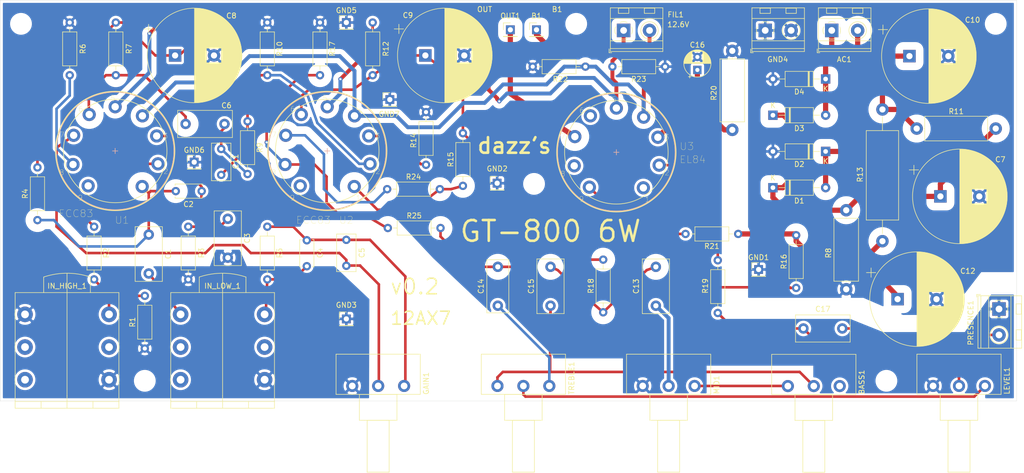
<source format=kicad_pcb>
(kicad_pcb (version 20171130) (host pcbnew "(5.1.4)-1")
  (layers (0 F.Cu signal) (31 B.Cu signal) (34 B.Paste user) (35 F.Paste user) (36 B.SilkS user) (37 F.SilkS user) (38 B.Mask user) (39 F.Mask user) (44 Edge.Cuts user))
  (net 0 "")
  (net 1 "Net-(BASS1-Pad1)")
  (net 2 "Net-(BASS1-Pad2)")
  (net 3 "Net-(C1-Pad2)")
  (net 4 "Net-(C1-Pad1)")
  (net 5 "Net-(C2-Pad2)")
  (net 6 GND)
  (net 7 "Net-(C4-Pad1)")
  (net 8 "Net-(C4-Pad2)")
  (net 9 "Net-(C5-Pad2)")
  (net 10 "Net-(C11-Pad1)")
  (net 11 "Net-(C6-Pad2)")
  (net 12 /B1)
  (net 13 "Net-(C11-Pad2)")
  (net 14 /B2)
  (net 15 "Net-(C13-Pad1)")
  (net 16 "Net-(C13-Pad2)")
  (net 17 "Net-(C14-Pad2)")
  (net 18 "Net-(C14-Pad1)")
  (net 19 /Tin1)
  (net 20 /Tin2)
  (net 21 /OUT)
  (net 22 "Net-(LEVEL1-Pad3)")
  (net 23 "Net-(R2-Pad1)")
  (net 24 "Net-(R6-Pad2)")
  (net 25 "Net-(R14-Pad2)")
  (net 26 "Net-(R15-Pad1)")
  (net 27 "Net-(R21-Pad2)")
  (net 28 "Net-(IN_HIGH_1-PadT)")
  (net 29 /RECTF)
  (net 30 /A2)
  (net 31 /A1)
  (net 32 /FIL1)
  (net 33 /FIL2)
  (net 34 "Net-(R19-Pad1)")
  (net 35 "Net-(C17-Pad1)")
  (net 36 "Net-(R24-Pad1)")
  (net 37 /EL84-CATHODE)
  (net 38 "Net-(R17-Pad2)")
  (net 39 "Net-(C17-Pad2)")
  (module Resistor_THT:R_Axial_DIN0207_L6.3mm_D2.5mm_P10.16mm_Horizontal (layer F.Cu) (at 116.84 68.58 90)
    (fp_text reference R12 (at 5.08 2.54 90) (layer F.SilkS))
    (fp_text value 10K)
    (pad 2 thru_hole oval (at 10.16 0 90) (size 1.6 1.6) (drill 0.8) (layers *.Cu *.Mask) (net 31 /A1))
    (pad 1 thru_hole circle (at 0 0 90) (size 1.6 1.6) (drill 0.8) (layers *.Cu *.Mask) (net 30 /A2))
  )
  (module Resistor_THT:R_Axial_DIN0414_L11.9mm_D4.5mm_P15.24mm_Horizontal (layer F.Cu) (at 221.742 78.867)
    (fp_text reference R11 (at 7.62 -3.302) (layer F.SilkS))
    (fp_text value 220R/2W)
    (pad 2 thru_hole oval (at 15.24 0) (size 2.4 2.4) (drill 1.2) (layers *.Cu *.Mask) (net 29 /RECTF))
    (pad 1 thru_hole circle (at 0 0) (size 2.4 2.4) (drill 1.2) (layers *.Cu *.Mask) (net 12 /B1))
  )
  (module Resistor_THT:R_Axial_DIN0617_L17.0mm_D6.0mm_P25.40mm_Horizontal (layer F.Cu) (at 215.138 100.584 90)
    (fp_text reference R13 (at 12.827 -4.318 90) (layer F.SilkS))
    (fp_text value 4K7/3W)
    (pad 2 thru_hole oval (at 25.4 0 90) (size 2.4 2.4) (drill 1.2) (layers *.Cu *.Mask) (net 12 /B1))
    (pad 1 thru_hole circle (at 0 0 90) (size 2.4 2.4) (drill 1.2) (layers *.Cu *.Mask) (net 14 /B2))
  )
  (module Resistor_THT:R_Axial_DIN0414_L11.9mm_D4.5mm_P15.24mm_Horizontal (layer F.Cu) (at 208.153 109.855 90)
    (fp_text reference R8 (at 6.985 -3.429 90) (layer F.SilkS))
    (fp_text value 220K)
    (pad 2 thru_hole oval (at 15.24 0 90) (size 2.4 2.4) (drill 1.2) (layers *.Cu *.Mask) (net 29 /RECTF))
    (pad 1 thru_hole circle (at 0 0 90) (size 2.4 2.4) (drill 1.2) (layers *.Cu *.Mask) (net 6 GND))
  )
  (module Capacitor_THT:CP_Radial_D18.0mm_P7.50mm (layer F.Cu) (at 127 64.77)
    (fp_text reference C9 (at -3.37 -7.74) (layer F.SilkS))
    (fp_text value 47u)
    (pad 2 thru_hole circle (at 7.5 0) (size 2.4 2.4) (drill 1.2) (layers *.Cu *.Mask) (net 6 GND))
    (pad 1 thru_hole rect (at 0 0) (size 2.4 2.4) (drill 1.2) (layers *.Cu *.Mask) (net 30 /A2))
  )
  (module "Audio Jacks:6.35MM_STEREO_SWITCHED_JACK" (layer F.Cu) (at 49.8 127.3)
    (fp_text reference IN_HIGH_1 (at 8.112 -18.08) (layer F.SilkS))
    (fp_text value IN_HIGH)
    (pad SN thru_hole circle (at 0 0) (size 3 3) (drill 1.5) (layers *.Cu *.Mask))
    (pad RN thru_hole circle (at 0 -6.3) (size 3 3) (drill 1.5) (layers *.Cu *.Mask))
    (pad TN thru_hole circle (at 0 -12.6) (size 3 3) (drill 1.5) (layers *.Cu *.Mask) (net 6 GND))
    (pad S thru_hole circle (at 16.2 0) (size 3 3) (drill 1.5) (layers *.Cu *.Mask) (net 6 GND))
    (pad R thru_hole circle (at 16.2 -6.3) (size 3 3) (drill 1.5) (layers *.Cu *.Mask))
    (pad T thru_hole circle (at 16.2 -12.6) (size 3 3) (drill 1.5) (layers *.Cu *.Mask) (net 28 "Net-(IN_HIGH_1-PadT)"))
  )
  (module "Audio Jacks:6.35MM_STEREO_SWITCHED_JACK" (layer F.Cu) (at 79.8 127.3)
    (fp_text reference IN_LOW_1 (at 8.084 -18.08) (layer F.SilkS))
    (fp_text value IN_LOW)
    (pad SN thru_hole circle (at 0 0) (size 3 3) (drill 1.5) (layers *.Cu *.Mask))
    (pad RN thru_hole circle (at 0 -6.3) (size 3 3) (drill 1.5) (layers *.Cu *.Mask))
    (pad TN thru_hole circle (at 0 -12.6) (size 3 3) (drill 1.5) (layers *.Cu *.Mask) (net 3 "Net-(C1-Pad2)"))
    (pad S thru_hole circle (at 16.2 0) (size 3 3) (drill 1.5) (layers *.Cu *.Mask) (net 6 GND))
    (pad R thru_hole circle (at 16.2 -6.3) (size 3 3) (drill 1.5) (layers *.Cu *.Mask))
    (pad T thru_hole circle (at 16.2 -12.6) (size 3 3) (drill 1.5) (layers *.Cu *.Mask) (net 7 "Net-(C4-Pad1)"))
  )
  (module Capacitor_THT:C_Rect_L7.0mm_W3.5mm_P5.00mm (layer F.Cu) (at 87.63 82.804 270)
    (fp_text reference C11 (at 2.413 -2.794 90) (layer F.SilkS))
    (fp_text value 470p)
    (pad 2 thru_hole circle (at 5 0 270) (size 1.6 1.6) (drill 0.8) (layers *.Cu *.Mask) (net 13 "Net-(C11-Pad2)"))
    (pad 1 thru_hole circle (at 0 0 270) (size 1.6 1.6) (drill 0.8) (layers *.Cu *.Mask) (net 10 "Net-(C11-Pad1)"))
  )
  (module Capacitor_THT:C_Rect_L7.0mm_W3.5mm_P5.00mm (layer F.Cu) (at 111.76 100.33 270)
    (fp_text reference C5 (at 2.5 -3 90) (layer F.SilkS))
    (fp_text value 1n)
    (pad 2 thru_hole circle (at 5 0 270) (size 1.6 1.6) (drill 0.8) (layers *.Cu *.Mask) (net 9 "Net-(C5-Pad2)"))
    (pad 1 thru_hole circle (at 0 0 270) (size 1.6 1.6) (drill 0.8) (layers *.Cu *.Mask) (net 8 "Net-(C4-Pad2)"))
  )
  (module Capacitor_THT:C_Rect_L10.3mm_W5.0mm_P7.50mm_MKS4 (layer F.Cu) (at 151.13 113.03 90)
    (fp_text reference C15 (at 3.75 -3.75 90) (layer F.SilkS))
    (fp_text value 22n)
    (pad 2 thru_hole circle (at 7.5 0 90) (size 2 2) (drill 1) (layers *.Cu *.Mask) (net 15 "Net-(C13-Pad1)"))
    (pad 1 thru_hole circle (at 0 0 90) (size 2 2) (drill 1) (layers *.Cu *.Mask) (net 2 "Net-(BASS1-Pad2)"))
  )
  (module Capacitor_THT:C_Rect_L10.3mm_W5.0mm_P7.50mm_MKS4 (layer F.Cu) (at 171.45 105.537 270)
    (fp_text reference C13 (at 3.75 3.81 90) (layer F.SilkS))
    (fp_text value 22n)
    (pad 2 thru_hole circle (at 7.5 0 270) (size 2 2) (drill 1) (layers *.Cu *.Mask) (net 16 "Net-(C13-Pad2)"))
    (pad 1 thru_hole circle (at 0 0 270) (size 2 2) (drill 1) (layers *.Cu *.Mask) (net 15 "Net-(C13-Pad1)"))
  )
  (module Capacitor_THT:C_Rect_L10.3mm_W5.0mm_P7.50mm_MKS4 (layer F.Cu) (at 88.265 77.978 180)
    (fp_text reference C6 (at -0.381 3.556) (layer F.SilkS))
    (fp_text value 22n)
    (pad 2 thru_hole circle (at 7.5 0 180) (size 2 2) (drill 1) (layers *.Cu *.Mask) (net 11 "Net-(C6-Pad2)"))
    (pad 1 thru_hole circle (at 0 0 180) (size 2 2) (drill 1) (layers *.Cu *.Mask) (net 10 "Net-(C11-Pad1)"))
  )
  (module Capacitor_THT:C_Rect_L10.3mm_W5.0mm_P7.50mm_MKS4 (layer F.Cu) (at 88.9 96.266 270)
    (fp_text reference C3 (at 3.75 -3.75 90) (layer F.SilkS))
    (fp_text value 680n)
    (pad 2 thru_hole circle (at 7.5 0 270) (size 2 2) (drill 1) (layers *.Cu *.Mask) (net 6 GND))
    (pad 1 thru_hole circle (at 0 0 270) (size 2 2) (drill 1) (layers *.Cu *.Mask) (net 5 "Net-(C2-Pad2)"))
  )
  (module Capacitor_THT:C_Rect_L10.3mm_W5.0mm_P7.50mm_MKS4 (layer F.Cu) (at 73.66 99.314 270)
    (fp_text reference C1 (at 3.75 -3.75 90) (layer F.SilkS))
    (fp_text value 22n)
    (pad 2 thru_hole circle (at 7.5 0 270) (size 2 2) (drill 1) (layers *.Cu *.Mask) (net 3 "Net-(C1-Pad2)"))
    (pad 1 thru_hole circle (at 0 0 270) (size 2 2) (drill 1) (layers *.Cu *.Mask) (net 4 "Net-(C1-Pad1)"))
  )
  (module Capacitor_THT:C_Rect_L10.0mm_W4.0mm_P7.50mm_FKS3_FKP3 (layer F.Cu) (at 140.97 113.03 90)
    (fp_text reference C14 (at 3.75 -3.25 90) (layer F.SilkS))
    (fp_text value 470p)
    (pad 2 thru_hole circle (at 7.5 0 90) (size 2 2) (drill 1) (layers *.Cu *.Mask) (net 17 "Net-(C14-Pad2)"))
    (pad 1 thru_hole circle (at 0 0 90) (size 2 2) (drill 1) (layers *.Cu *.Mask) (net 18 "Net-(C14-Pad1)"))
  )
  (module tubes:NOVAL (layer F.Cu) (at 67.183 83.185)
    (fp_text reference U1 (at 1.326 13.334) (layer F.SilkS) (effects (font (size 1.4 1.4) (thickness 0.05))))
    (fp_text value ECC83 (at -7.564 12.064) (layer F.SilkS) (effects (font (size 1.4 1.4) (thickness 0.05))))
    (fp_text user 9 (at -6.731 9.0424) (layer F.SilkS) (effects (font (thickness 0.05))))
    (fp_text user 8 (at -10.3124 4.1656) (layer F.SilkS) (effects (font (thickness 0.05))))
    (fp_text user 7 (at -10.2616 -3.1242) (layer F.SilkS) (effects (font (thickness 0.05))))
    (fp_text user 6 (at -6.6548 -8.0772) (layer F.SilkS) (effects (font (thickness 0.05))))
    (fp_text user 5 (at -0.4318 -10.1854) (layer F.SilkS) (effects (font (thickness 0.05))))
    (fp_text user 4 (at 6.4008 -7.62) (layer F.SilkS) (effects (font (thickness 0.05))))
    (fp_text user 3 (at 9.7028 -2.8956) (layer F.SilkS) (effects (font (thickness 0.05))))
    (fp_text user 2 (at 9.779 3.937) (layer F.SilkS) (effects (font (thickness 0.05))))
    (fp_text user 1 (at 5.9944 9.0678) (layer F.SilkS) (effects (font (thickness 0.05))))
    (pad 9 thru_hole circle (at -5.207 6.731) (size 2.54 2.54) (drill 1.4224) (layers *.Cu *.Mask))
    (pad 1 thru_hole circle (at 5.207 6.858) (size 2.54 2.54) (drill 1.4224) (layers *.Cu *.Mask) (net 4 "Net-(C1-Pad1)"))
    (pad 8 thru_hole circle (at -8.127 2.611) (size 2.54 2.54) (drill 1.4224) (layers *.Cu *.Mask) (net 24 "Net-(R6-Pad2)"))
    (pad 7 thru_hole circle (at -8.004 -3.02) (size 2.54 2.54) (drill 1.4224) (layers *.Cu *.Mask) (net 9 "Net-(C5-Pad2)"))
    (pad 6 thru_hole circle (at -5.004 -7.024) (size 2.54 2.54) (drill 1.4224) (layers *.Cu *.Mask) (net 11 "Net-(C6-Pad2)"))
    (pad 5 thru_hole circle (at 0 -8.524) (size 2.54 2.54) (drill 1.4224) (layers *.Cu *.Mask) (net 32 /FIL1))
    (pad 4 thru_hole circle (at 5.258 -6.77) (size 2.54 2.54) (drill 1.4224) (layers *.Cu *.Mask) (net 33 /FIL2))
    (pad 2 thru_hole circle (at 8.254 2.484) (size 2.54 2.54) (drill 1.4224) (layers *.Cu *.Mask) (net 23 "Net-(R2-Pad1)"))
    (pad 3 thru_hole circle (at 8.004 -2.893) (size 2.54 2.54) (drill 1.4224) (layers *.Cu *.Mask) (net 5 "Net-(C2-Pad2)"))
  )
  (module TerminalBlock_MetzConnect:TerminalBlock_MetzConnect_Type094_RT03502HBLU_1x02_P5.00mm_Horizontal (layer F.Cu) (at 192.532 59.944)
    (fp_text reference GND4 (at 2.413 5.588) (layer F.SilkS))
    (fp_text value GND)
    (pad 2 thru_hole circle (at 5 0) (size 2.6 2.6) (drill 1.3) (layers *.Cu *.Mask) (net 6 GND))
    (pad 1 thru_hole rect (at 0 0) (size 2.6 2.6) (drill 1.3) (layers *.Cu *.Mask) (net 6 GND))
  )
  (module Capacitor_THT:CP_Radial_D18.0mm_P7.50mm (layer F.Cu) (at 218.059 111.76)
    (fp_text reference C12 (at 13.54 -5.42) (layer F.SilkS))
    (fp_text value 47u)
    (pad 2 thru_hole circle (at 7.5 0) (size 2.4 2.4) (drill 1.2) (layers *.Cu *.Mask) (net 6 GND))
    (pad 1 thru_hole rect (at 0 0) (size 2.4 2.4) (drill 1.2) (layers *.Cu *.Mask) (net 14 /B2))
  )
  (module Capacitor_THT:CP_Radial_D18.0mm_P7.50mm (layer F.Cu) (at 220.345 64.897)
    (fp_text reference C10 (at 12.17 -6.97) (layer F.SilkS))
    (fp_text value 47u)
    (pad 2 thru_hole circle (at 7.5 0) (size 2.4 2.4) (drill 1.2) (layers *.Cu *.Mask) (net 6 GND))
    (pad 1 thru_hole rect (at 0 0) (size 2.4 2.4) (drill 1.2) (layers *.Cu *.Mask) (net 12 /B1))
  )
  (module Capacitor_THT:CP_Radial_D18.0mm_P7.50mm (layer F.Cu) (at 78.74 64.77)
    (fp_text reference C8 (at 10.85 -7.65) (layer F.SilkS))
    (fp_text value 47u)
    (pad 2 thru_hole circle (at 7.5 0) (size 2.4 2.4) (drill 1.2) (layers *.Cu *.Mask) (net 6 GND))
    (pad 1 thru_hole rect (at 0 0) (size 2.4 2.4) (drill 1.2) (layers *.Cu *.Mask) (net 31 /A1))
  )
  (module Capacitor_THT:CP_Radial_D18.0mm_P7.50mm (layer F.Cu) (at 226.314 91.948)
    (fp_text reference C7 (at 11.557 -7.112) (layer F.SilkS))
    (fp_text value 47u)
    (pad 2 thru_hole circle (at 7.5 0) (size 2.4 2.4) (drill 1.2) (layers *.Cu *.Mask) (net 6 GND))
    (pad 1 thru_hole rect (at 0 0) (size 2.4 2.4) (drill 1.2) (layers *.Cu *.Mask) (net 29 /RECTF))
  )
  (module MountingHole:MountingHole_3.2mm_M3 (layer F.Cu) (at 215.9 127.508)
    (fp_text reference H7 (at 0 0) (layer F.SilkS))
    (fp_text value MountingHole)
    (pad 1 np_thru_hole circle (at 0 0) (size 3.2 3.2) (drill 3.2) (layers *.Cu *.Mask))
  )
  (module MountingHole:MountingHole_3.2mm_M3 (layer F.Cu) (at 147.955 89.535)
    (fp_text reference H6 (at 0 -0.076) (layer F.SilkS))
    (fp_text value MountingHole)
    (pad 1 np_thru_hole circle (at 0 0) (size 3.2 3.2) (drill 3.2) (layers *.Cu *.Mask))
  )
  (module MountingHole:MountingHole_3.2mm_M3 (layer F.Cu) (at 131.826 127.508)
    (fp_text reference H5 (at 0 0) (layer F.SilkS))
    (fp_text value MountingHole)
    (pad 1 np_thru_hole circle (at 0 0) (size 3.2 3.2) (drill 3.2) (layers *.Cu *.Mask))
  )
  (module MountingHole:MountingHole_3.2mm_M3 (layer F.Cu) (at 72.898 127.508)
    (fp_text reference H4 (at 0 0) (layer F.SilkS))
    (fp_text value MountingHole)
    (pad 1 np_thru_hole circle (at 0 0) (size 3.2 3.2) (drill 3.2) (layers *.Cu *.Mask))
  )
  (module MountingHole:MountingHole_3.2mm_M3 (layer F.Cu) (at 236.982 58.674)
    (fp_text reference H3 (at 0 0) (layer F.SilkS))
    (fp_text value MountingHole)
    (pad 1 np_thru_hole circle (at 0 0) (size 3.2 3.2) (drill 3.2) (layers *.Cu *.Mask))
  )
  (module MountingHole:MountingHole_3.2mm_M3 (layer F.Cu) (at 156.083 58.674)
    (fp_text reference H2 (at 0.254 0) (layer F.SilkS))
    (fp_text value MountingHole)
    (pad 1 np_thru_hole circle (at 0 0) (size 3.2 3.2) (drill 3.2) (layers *.Cu *.Mask))
  )
  (module MountingHole:MountingHole_3.2mm_M3 (layer F.Cu) (at 49.022 58.674)
    (fp_text reference H1 (at 0 0) (layer F.SilkS))
    (fp_text value MountingHole)
    (pad 1 np_thru_hole circle (at 0 0) (size 3.2 3.2) (drill 3.2) (layers *.Cu *.Mask))
  )
  (module Connector_PinHeader_2.54mm:PinHeader_1x01_P2.54mm_Vertical (layer F.Cu) (at 143.383 59.817)
    (fp_text reference OUT1 (at 0 -2.667) (layer F.SilkS))
    (fp_text value OUT)
    (pad 1 thru_hole rect (at 0 0) (size 1.7 1.7) (drill 1) (layers *.Cu *.Mask) (net 21 /OUT))
  )
  (module Connector_PinHeader_2.54mm:PinHeader_1x01_P2.54mm_Vertical (layer F.Cu) (at 111.76 115.57)
    (fp_text reference GND3 (at 0 -2.667) (layer F.SilkS))
    (fp_text value GND)
    (pad 1 thru_hole rect (at 0 0) (size 1.7 1.7) (drill 1) (layers *.Cu *.Mask) (net 6 GND))
  )
  (module Connector_PinHeader_2.54mm:PinHeader_1x01_P2.54mm_Vertical (layer F.Cu) (at 140.843 89.408)
    (fp_text reference GND2 (at 0 -2.794) (layer F.SilkS))
    (fp_text value GND)
    (pad 1 thru_hole rect (at 0 0) (size 1.7 1.7) (drill 1) (layers *.Cu *.Mask) (net 6 GND))
  )
  (module Connector_PinHeader_2.54mm:PinHeader_1x01_P2.54mm_Vertical (layer F.Cu) (at 148.428 59.817)
    (fp_text reference B1 (at 0 -2.667) (layer F.SilkS))
    (fp_text value B1)
    (pad 1 thru_hole rect (at 0 0) (size 1.7 1.7) (drill 1) (layers *.Cu *.Mask) (net 12 /B1))
  )
  (module tubes:NOVAL (layer F.Cu) (at 108.077 83.186)
    (fp_text reference U2 (at 3.683 13.334) (layer F.SilkS) (effects (font (size 1.4 1.4) (thickness 0.05))))
    (fp_text value ECC83 (at -2.667 13.334) (layer F.SilkS) (effects (font (size 1.4 1.4) (thickness 0.05))))
    (fp_text user 1 (at 5.9944 9.0678) (layer F.SilkS) (effects (font (thickness 0.05))))
    (fp_text user 2 (at 9.779 3.937) (layer F.SilkS) (effects (font (thickness 0.05))))
    (fp_text user 3 (at 9.7028 -2.8956) (layer F.SilkS) (effects (font (thickness 0.05))))
    (fp_text user 4 (at 6.4008 -7.62) (layer F.SilkS) (effects (font (thickness 0.05))))
    (fp_text user 5 (at -0.4318 -10.1854) (layer F.SilkS) (effects (font (thickness 0.05))))
    (fp_text user 6 (at -6.6548 -8.0772) (layer F.SilkS) (effects (font (thickness 0.05))))
    (fp_text user 7 (at -10.2616 -3.1242) (layer F.SilkS) (effects (font (thickness 0.05))))
    (fp_text user 8 (at -10.3124 4.1656) (layer F.SilkS) (effects (font (thickness 0.05))))
    (fp_text user 9 (at -6.731 9.0424) (layer F.SilkS) (effects (font (thickness 0.05))))
    (pad 3 thru_hole circle (at 8.004 -2.893) (size 2.54 2.54) (drill 1.4224) (layers *.Cu *.Mask) (net 25 "Net-(R14-Pad2)"))
    (pad 2 thru_hole circle (at 8.254 2.484) (size 2.54 2.54) (drill 1.4224) (layers *.Cu *.Mask) (net 13 "Net-(C11-Pad2)"))
    (pad 4 thru_hole circle (at 5.258 -6.77) (size 2.54 2.54) (drill 1.4224) (layers *.Cu *.Mask) (net 33 /FIL2))
    (pad 5 thru_hole circle (at 0 -8.524) (size 2.54 2.54) (drill 1.4224) (layers *.Cu *.Mask) (net 32 /FIL1))
    (pad 6 thru_hole circle (at -5.004 -7.024) (size 2.54 2.54) (drill 1.4224) (layers *.Cu *.Mask) (net 30 /A2))
    (pad 7 thru_hole circle (at -8.004 -3.02) (size 2.54 2.54) (drill 1.4224) (layers *.Cu *.Mask) (net 36 "Net-(R24-Pad1)"))
    (pad 8 thru_hole circle (at -8.127 2.611) (size 2.54 2.54) (drill 1.4224) (layers *.Cu *.Mask) (net 38 "Net-(R17-Pad2)"))
    (pad 1 thru_hole circle (at 5.207 6.858) (size 2.54 2.54) (drill 1.4224) (layers *.Cu *.Mask) (net 26 "Net-(R15-Pad1)"))
    (pad 9 thru_hole circle (at -5.207 6.731) (size 2.54 2.54) (drill 1.4224) (layers *.Cu *.Mask))
  )
  (module Capacitor_THT:C_Disc_D5.0mm_W2.5mm_P5.00mm (layer F.Cu) (at 78.867 90.932)
    (fp_text reference C2 (at 2.46 2.54) (layer F.SilkS))
    (fp_text value 100p)
    (pad 1 thru_hole circle (at 0 0) (size 1.6 1.6) (drill 0.8) (layers *.Cu *.Mask) (net 4 "Net-(C1-Pad1)"))
    (pad 2 thru_hole circle (at 5 0) (size 1.6 1.6) (drill 0.8) (layers *.Cu *.Mask) (net 5 "Net-(C2-Pad2)"))
  )
  (module Capacitor_THT:C_Disc_D5.0mm_W2.5mm_P5.00mm (layer F.Cu) (at 104.14 105.41 90)
    (fp_text reference C4 (at 2.54 2.54 90) (layer F.SilkS))
    (fp_text value 470p)
    (pad 1 thru_hole circle (at 0 0 90) (size 1.6 1.6) (drill 0.8) (layers *.Cu *.Mask) (net 7 "Net-(C4-Pad1)"))
    (pad 2 thru_hole circle (at 5 0 90) (size 1.6 1.6) (drill 0.8) (layers *.Cu *.Mask) (net 8 "Net-(C4-Pad2)"))
  )
  (module Diode_THT:D_A-405_P10.16mm_Horizontal (layer F.Cu) (at 194.019999 90.264)
    (fp_text reference D1 (at 5.08 2.54) (layer F.SilkS))
    (fp_text value D)
    (fp_text user K (at 0 -1.9) (layer F.SilkS))
    (pad 1 thru_hole rect (at 0 0) (size 1.8 1.8) (drill 0.9) (layers *.Cu *.Mask) (net 29 /RECTF))
    (pad 2 thru_hole oval (at 10.16 0) (size 1.8 1.8) (drill 0.9) (layers *.Cu *.Mask) (net 19 /Tin1))
  )
  (module Diode_THT:D_A-405_P10.16mm_Horizontal (layer F.Cu) (at 204.179999 83.279 180)
    (fp_text reference D2 (at 5.08 -2.47) (layer F.SilkS))
    (fp_text value D)
    (fp_text user K (at 0 -1.9) (layer F.SilkS))
    (pad 2 thru_hole oval (at 10.16 0 180) (size 1.8 1.8) (drill 0.9) (layers *.Cu *.Mask) (net 6 GND))
    (pad 1 thru_hole rect (at 0 0 180) (size 1.8 1.8) (drill 0.9) (layers *.Cu *.Mask) (net 19 /Tin1))
  )
  (module Diode_THT:D_A-405_P10.16mm_Horizontal (layer F.Cu) (at 194.019999 76.294)
    (fp_text reference D3 (at 5.08 2.54) (layer F.SilkS))
    (fp_text value D)
    (fp_text user K (at 0 -1.9) (layer F.SilkS))
    (pad 1 thru_hole rect (at 0 0) (size 1.8 1.8) (drill 0.9) (layers *.Cu *.Mask) (net 29 /RECTF))
    (pad 2 thru_hole oval (at 10.16 0) (size 1.8 1.8) (drill 0.9) (layers *.Cu *.Mask) (net 20 /Tin2))
  )
  (module Diode_THT:D_A-405_P10.16mm_Horizontal (layer F.Cu) (at 204.179999 69.309 180)
    (fp_text reference D4 (at 5.08 -2.47) (layer F.SilkS))
    (fp_text value D)
    (fp_text user K (at 0 -1.9) (layer F.SilkS))
    (pad 2 thru_hole oval (at 10.16 0 180) (size 1.8 1.8) (drill 0.9) (layers *.Cu *.Mask) (net 6 GND))
    (pad 1 thru_hole rect (at 0 0 180) (size 1.8 1.8) (drill 0.9) (layers *.Cu *.Mask) (net 20 /Tin2))
  )
  (module Resistor_THT:R_Axial_DIN0207_L6.3mm_D2.5mm_P10.16mm_Horizontal (layer F.Cu) (at 72.898 121.285 90)
    (fp_text reference R1 (at 5.08 -2.37 90) (layer F.SilkS))
    (fp_text value 1M)
    (pad 2 thru_hole oval (at 10.16 0 90) (size 1.6 1.6) (drill 0.8) (layers *.Cu *.Mask) (net 28 "Net-(IN_HIGH_1-PadT)"))
    (pad 1 thru_hole circle (at 0 0 90) (size 1.6 1.6) (drill 0.8) (layers *.Cu *.Mask) (net 6 GND))
  )
  (module Resistor_THT:R_Axial_DIN0207_L6.3mm_D2.5mm_P10.16mm_Horizontal (layer F.Cu) (at 63.119 97.79 270)
    (fp_text reference R2 (at 5.08 -2.37 90) (layer F.SilkS))
    (fp_text value 68K)
    (pad 2 thru_hole oval (at 10.16 0 270) (size 1.6 1.6) (drill 0.8) (layers *.Cu *.Mask) (net 28 "Net-(IN_HIGH_1-PadT)"))
    (pad 1 thru_hole circle (at 0 0 270) (size 1.6 1.6) (drill 0.8) (layers *.Cu *.Mask) (net 23 "Net-(R2-Pad1)"))
  )
  (module Resistor_THT:R_Axial_DIN0207_L6.3mm_D2.5mm_P10.16mm_Horizontal (layer F.Cu) (at 81.28 107.95 90)
    (fp_text reference R3 (at 5.08 2.54 90) (layer F.SilkS))
    (fp_text value 2K7)
    (pad 2 thru_hole oval (at 10.16 0 90) (size 1.6 1.6) (drill 0.8) (layers *.Cu *.Mask) (net 5 "Net-(C2-Pad2)"))
    (pad 1 thru_hole circle (at 0 0 90) (size 1.6 1.6) (drill 0.8) (layers *.Cu *.Mask) (net 6 GND))
  )
  (module Resistor_THT:R_Axial_DIN0207_L6.3mm_D2.5mm_P10.16mm_Horizontal (layer F.Cu) (at 52.197 96.52 90)
    (fp_text reference R4 (at 5.08 -2.37 90) (layer F.SilkS))
    (fp_text value 100K)
    (pad 1 thru_hole circle (at 0 0 90) (size 1.6 1.6) (drill 0.8) (layers *.Cu *.Mask) (net 4 "Net-(C1-Pad1)"))
    (pad 2 thru_hole oval (at 10.16 0 90) (size 1.6 1.6) (drill 0.8) (layers *.Cu *.Mask) (net 31 /A1))
  )
  (module Resistor_THT:R_Axial_DIN0207_L6.3mm_D2.5mm_P10.16mm_Horizontal (layer F.Cu) (at 96.52 97.79 270)
    (fp_text reference R5 (at 5.08 -2.37 90) (layer F.SilkS))
    (fp_text value 470K)
    (pad 1 thru_hole circle (at 0 0 270) (size 1.6 1.6) (drill 0.8) (layers *.Cu *.Mask) (net 8 "Net-(C4-Pad2)"))
    (pad 2 thru_hole oval (at 10.16 0 270) (size 1.6 1.6) (drill 0.8) (layers *.Cu *.Mask) (net 7 "Net-(C4-Pad1)"))
  )
  (module Resistor_THT:R_Axial_DIN0207_L6.3mm_D2.5mm_P10.16mm_Horizontal (layer F.Cu) (at 58.42 58.42 270)
    (fp_text reference R6 (at 5.08 -2.54 90) (layer F.SilkS))
    (fp_text value 10K)
    (pad 2 thru_hole oval (at 10.16 0 270) (size 1.6 1.6) (drill 0.8) (layers *.Cu *.Mask) (net 24 "Net-(R6-Pad2)"))
    (pad 1 thru_hole circle (at 0 0 270) (size 1.6 1.6) (drill 0.8) (layers *.Cu *.Mask) (net 6 GND))
  )
  (module Resistor_THT:R_Axial_DIN0207_L6.3mm_D2.5mm_P10.16mm_Horizontal (layer F.Cu) (at 67.31 68.58 90)
    (fp_text reference R7 (at 5.08 2.54 90) (layer F.SilkS))
    (fp_text value 100K)
    (pad 2 thru_hole oval (at 10.16 0 90) (size 1.6 1.6) (drill 0.8) (layers *.Cu *.Mask) (net 31 /A1))
    (pad 1 thru_hole circle (at 0 0 90) (size 1.6 1.6) (drill 0.8) (layers *.Cu *.Mask) (net 11 "Net-(C6-Pad2)"))
  )
  (module Resistor_THT:R_Axial_DIN0207_L6.3mm_D2.5mm_P10.16mm_Horizontal (layer F.Cu) (at 92.71 77.47 270)
    (fp_text reference R9 (at 5.08 -2.37 90) (layer F.SilkS))
    (fp_text value 470K)
    (pad 1 thru_hole circle (at 0 0 270) (size 1.6 1.6) (drill 0.8) (layers *.Cu *.Mask) (net 13 "Net-(C11-Pad2)"))
    (pad 2 thru_hole oval (at 10.16 0 270) (size 1.6 1.6) (drill 0.8) (layers *.Cu *.Mask) (net 10 "Net-(C11-Pad1)"))
  )
  (module Resistor_THT:R_Axial_DIN0207_L6.3mm_D2.5mm_P10.16mm_Horizontal (layer F.Cu) (at 96.52 58.42 270)
    (fp_text reference R10 (at 5.08 -2.37 90) (layer F.SilkS))
    (fp_text value 470K)
    (pad 1 thru_hole circle (at 0 0 270) (size 1.6 1.6) (drill 0.8) (layers *.Cu *.Mask) (net 6 GND))
    (pad 2 thru_hole oval (at 10.16 0 270) (size 1.6 1.6) (drill 0.8) (layers *.Cu *.Mask) (net 13 "Net-(C11-Pad2)"))
  )
  (module Resistor_THT:R_Axial_DIN0207_L6.3mm_D2.5mm_P10.16mm_Horizontal (layer F.Cu) (at 127.127 75.692 270)
    (fp_text reference R14 (at 5.461 2.413 90) (layer F.SilkS))
    (fp_text value 820R)
    (pad 2 thru_hole oval (at 10.16 0 270) (size 1.6 1.6) (drill 0.8) (layers *.Cu *.Mask) (net 25 "Net-(R14-Pad2)"))
    (pad 1 thru_hole circle (at 0 0 270) (size 1.6 1.6) (drill 0.8) (layers *.Cu *.Mask) (net 6 GND))
  )
  (module Resistor_THT:R_Axial_DIN0207_L6.3mm_D2.5mm_P10.16mm_Horizontal (layer F.Cu) (at 134.239 89.916 90)
    (fp_text reference R15 (at 5.08 -2.37 90) (layer F.SilkS))
    (fp_text value 100K)
    (pad 2 thru_hole oval (at 10.16 0 90) (size 1.6 1.6) (drill 0.8) (layers *.Cu *.Mask) (net 30 /A2))
    (pad 1 thru_hole circle (at 0 0 90) (size 1.6 1.6) (drill 0.8) (layers *.Cu *.Mask) (net 26 "Net-(R15-Pad1)"))
  )
  (module Resistor_THT:R_Axial_DIN0207_L6.3mm_D2.5mm_P10.16mm_Horizontal (layer F.Cu) (at 198.501 109.601 90)
    (fp_text reference R16 (at 5.08 -2.37 90) (layer F.SilkS))
    (fp_text value 10K)
    (pad 2 thru_hole oval (at 10.16 0 90) (size 1.6 1.6) (drill 0.8) (layers *.Cu *.Mask) (net 14 /B2))
    (pad 1 thru_hole circle (at 0 0 90) (size 1.6 1.6) (drill 0.8) (layers *.Cu *.Mask) (net 30 /A2))
  )
  (module Resistor_THT:R_Axial_DIN0207_L6.3mm_D2.5mm_P10.16mm_Horizontal (layer F.Cu) (at 106.68 58.42 270)
    (fp_text reference R17 (at 5.08 -2.37 90) (layer F.SilkS))
    (fp_text value 100K)
    (pad 1 thru_hole circle (at 0 0 270) (size 1.6 1.6) (drill 0.8) (layers *.Cu *.Mask) (net 6 GND))
    (pad 2 thru_hole oval (at 10.16 0 270) (size 1.6 1.6) (drill 0.8) (layers *.Cu *.Mask) (net 38 "Net-(R17-Pad2)"))
  )
  (module Resistor_THT:R_Axial_DIN0207_L6.3mm_D2.5mm_P10.16mm_Horizontal (layer F.Cu) (at 161.29 114.3 90)
    (fp_text reference R18 (at 5.08 -2.37 90) (layer F.SilkS))
    (fp_text value 33K)
    (pad 1 thru_hole circle (at 0 0 90) (size 1.6 1.6) (drill 0.8) (layers *.Cu *.Mask) (net 15 "Net-(C13-Pad1)"))
    (pad 2 thru_hole oval (at 10.16 0 90) (size 1.6 1.6) (drill 0.8) (layers *.Cu *.Mask) (net 17 "Net-(C14-Pad2)"))
  )
  (module Resistor_THT:R_Axial_DIN0207_L6.3mm_D2.5mm_P10.16mm_Horizontal (layer F.Cu) (at 183.388 104.267 270)
    (fp_text reference R19 (at 4.953 2.413 90) (layer F.SilkS))
    (fp_text value 10K)
    (pad 1 thru_hole circle (at 0 0 270) (size 1.6 1.6) (drill 0.8) (layers *.Cu *.Mask) (net 34 "Net-(R19-Pad1)"))
    (pad 2 thru_hole oval (at 10.16 0 270) (size 1.6 1.6) (drill 0.8) (layers *.Cu *.Mask) (net 35 "Net-(C17-Pad1)"))
  )
  (module Resistor_THT:R_Axial_DIN0207_L6.3mm_D2.5mm_P10.16mm_Horizontal (layer F.Cu) (at 187.325 99.187 180)
    (fp_text reference R21 (at 5.08 -2.37) (layer F.SilkS))
    (fp_text value 1K)
    (pad 2 thru_hole oval (at 10.16 0 180) (size 1.6 1.6) (drill 0.8) (layers *.Cu *.Mask) (net 27 "Net-(R21-Pad2)"))
    (pad 1 thru_hole circle (at 0 0 180) (size 1.6 1.6) (drill 0.8) (layers *.Cu *.Mask) (net 14 /B2))
  )
  (module Resistor_THT:R_Axial_DIN0207_L6.3mm_D2.5mm_P10.16mm_Horizontal (layer F.Cu) (at 147.701 66.929)
    (fp_text reference R22 (at 5.334 2.413) (layer F.SilkS))
    (fp_text value 100R)
    (pad 2 thru_hole oval (at 10.16 0) (size 1.6 1.6) (drill 0.8) (layers *.Cu *.Mask) (net 33 /FIL2))
    (pad 1 thru_hole circle (at 0 0) (size 1.6 1.6) (drill 0.8) (layers *.Cu *.Mask) (net 6 GND))
  )
  (module Resistor_THT:R_Axial_DIN0207_L6.3mm_D2.5mm_P10.16mm_Horizontal (layer F.Cu) (at 163.068 66.929)
    (fp_text reference R23 (at 5.08 2.413) (layer F.SilkS))
    (fp_text value 100R)
    (pad 1 thru_hole circle (at 0 0) (size 1.6 1.6) (drill 0.8) (layers *.Cu *.Mask) (net 32 /FIL1))
    (pad 2 thru_hole oval (at 10.16 0) (size 1.6 1.6) (drill 0.8) (layers *.Cu *.Mask) (net 6 GND))
  )
  (module tubes:NOVAL (layer F.Cu) (at 163.83 83.439)
    (fp_text reference U3 (at 13.589 -1.143) (layer F.SilkS) (effects (font (size 1.4 1.4) (thickness 0.05))))
    (fp_text value EL84 (at 14.732 1.397) (layer F.SilkS) (effects (font (size 1.4 1.4) (thickness 0.05))))
    (fp_text user 9 (at -6.731 9.0424) (layer F.SilkS) (effects (font (thickness 0.05))))
    (fp_text user 8 (at -10.3124 4.1656) (layer F.SilkS) (effects (font (thickness 0.05))))
    (fp_text user 7 (at -10.2616 -3.1242) (layer F.SilkS) (effects (font (thickness 0.05))))
    (fp_text user 6 (at -6.6548 -8.0772) (layer F.SilkS) (effects (font (thickness 0.05))))
    (fp_text user 5 (at -0.4318 -10.1854) (layer F.SilkS) (effects (font (thickness 0.05))))
    (fp_text user 4 (at 6.4008 -7.62) (layer F.SilkS) (effects (font (thickness 0.05))))
    (fp_text user 3 (at 9.7028 -2.8956) (layer F.SilkS) (effects (font (thickness 0.05))))
    (fp_text user 2 (at 9.779 3.937) (layer F.SilkS) (effects (font (thickness 0.05))))
    (fp_text user 1 (at 5.9944 9.0678) (layer F.SilkS) (effects (font (thickness 0.05))))
    (pad 9 thru_hole circle (at -5.207 6.731) (size 2.54 2.54) (drill 1.4224) (layers *.Cu *.Mask) (net 27 "Net-(R21-Pad2)"))
    (pad 1 thru_hole circle (at 5.207 6.858) (size 2.54 2.54) (drill 1.4224) (layers *.Cu *.Mask))
    (pad 8 thru_hole circle (at -8.127 2.611) (size 2.54 2.54) (drill 1.4224) (layers *.Cu *.Mask))
    (pad 7 thru_hole circle (at -8.004 -3.02) (size 2.54 2.54) (drill 1.4224) (layers *.Cu *.Mask) (net 21 /OUT))
    (pad 6 thru_hole circle (at -5.004 -7.024) (size 2.54 2.54) (drill 1.4224) (layers *.Cu *.Mask))
    (pad 5 thru_hole circle (at 0 -8.524) (size 2.54 2.54) (drill 1.4224) (layers *.Cu *.Mask) (net 32 /FIL1))
    (pad 4 thru_hole circle (at 5.258 -6.77) (size 2.54 2.54) (drill 1.4224) (layers *.Cu *.Mask) (net 33 /FIL2))
    (pad 2 thru_hole circle (at 8.254 2.484) (size 2.54 2.54) (drill 1.4224) (layers *.Cu *.Mask) (net 34 "Net-(R19-Pad1)"))
    (pad 3 thru_hole circle (at 8.004 -2.893) (size 2.54 2.54) (drill 1.4224) (layers *.Cu *.Mask) (net 37 /EL84-CATHODE))
  )
  (module TerminalBlock_MetzConnect:TerminalBlock_MetzConnect_Type094_RT03502HBLU_1x02_P5.00mm_Horizontal (layer F.Cu) (at 205.359 59.944)
    (fp_text reference AC1 (at 2.413 5.588) (layer F.SilkS))
    (fp_text value AC_IN)
    (pad 2 thru_hole circle (at 5 0) (size 2.6 2.6) (drill 1.3) (layers *.Cu *.Mask) (net 19 /Tin1))
    (pad 1 thru_hole rect (at 0 0) (size 2.6 2.6) (drill 1.3) (layers *.Cu *.Mask) (net 20 /Tin2))
  )
  (module TerminalBlock_MetzConnect:TerminalBlock_MetzConnect_Type094_RT03502HBLU_1x02_P5.00mm_Horizontal (layer F.Cu) (at 165.227 59.944)
    (fp_text reference FIL1 (at 10.033 -3.048) (layer F.SilkS))
    (fp_text value FIL)
    (pad 1 thru_hole rect (at 0 0) (size 2.6 2.6) (drill 1.3) (layers *.Cu *.Mask) (net 32 /FIL1))
    (pad 2 thru_hole circle (at 5 0) (size 2.6 2.6) (drill 1.3) (layers *.Cu *.Mask) (net 33 /FIL2))
  )
  (module Connector_PinHeader_2.54mm:PinHeader_1x01_P2.54mm_Vertical (layer F.Cu) (at 191.262 106.045)
    (fp_text reference GND1 (at 0 -2.33) (layer F.SilkS))
    (fp_text value GND)
    (pad 1 thru_hole rect (at 0 0) (size 1.7 1.7) (drill 1) (layers *.Cu *.Mask) (net 6 GND))
  )
  (module Capacitor_THT:C_Rect_L10.3mm_W5.0mm_P7.50mm_MKS4 (layer F.Cu) (at 199.898 117.418959)
    (fp_text reference C17 (at 3.75 -3.75) (layer F.SilkS))
    (fp_text value 22n)
    (pad 1 thru_hole circle (at 0 0) (size 2 2) (drill 1) (layers *.Cu *.Mask) (net 35 "Net-(C17-Pad1)"))
    (pad 2 thru_hole circle (at 7.5 0) (size 2 2) (drill 1) (layers *.Cu *.Mask) (net 39 "Net-(C17-Pad2)"))
  )
  (module Connector_PinHeader_2.54mm:PinHeader_1x01_P2.54mm_Vertical (layer F.Cu) (at 111.76 58.42)
    (fp_text reference GND5 (at 0 -2.33) (layer F.SilkS))
    (fp_text value GND)
    (pad 1 thru_hole rect (at 0 0) (size 1.7 1.7) (drill 1) (layers *.Cu *.Mask) (net 6 GND))
  )
  (module Connector_PinHeader_2.54mm:PinHeader_1x01_P2.54mm_Vertical (layer F.Cu) (at 82.423 85.344)
    (fp_text reference GND6 (at 0 -2.33) (layer F.SilkS))
    (fp_text value GND)
    (pad 1 thru_hole rect (at 0 0) (size 1.7 1.7) (drill 1) (layers *.Cu *.Mask) (net 6 GND))
  )
  (module Connector_PinHeader_2.54mm:PinHeader_1x01_P2.54mm_Vertical (layer F.Cu) (at 120.142 73.279)
    (fp_text reference GND7 (at -0.127 2.794) (layer F.SilkS))
    (fp_text value GND)
    (pad 1 thru_hole rect (at 0 0) (size 1.7 1.7) (drill 1) (layers *.Cu *.Mask) (net 6 GND))
  )
  (module TerminalBlock_MetzConnect:TerminalBlock_MetzConnect_Type094_RT03502HBLU_1x02_P5.00mm_Horizontal (layer F.Cu) (at 237.617 113.665 270)
    (fp_text reference PRESENCE1 (at 2.667 5.461 90) (layer F.SilkS))
    (fp_text value PRESENCE)
    (pad 1 thru_hole rect (at 0 0 270) (size 2.6 2.6) (drill 1.3) (layers *.Cu *.Mask) (net 6 GND))
    (pad 2 thru_hole circle (at 5 0 270) (size 2.6 2.6) (drill 1.3) (layers *.Cu *.Mask) (net 39 "Net-(C17-Pad2)"))
  )
  (module Resistor_THT:R_Axial_DIN0207_L6.3mm_D2.5mm_P10.16mm_Horizontal (layer F.Cu) (at 119.634 90.551)
    (fp_text reference R24 (at 5.08 -2.37) (layer F.SilkS))
    (fp_text value 100R)
    (pad 1 thru_hole circle (at 0 0) (size 1.6 1.6) (drill 0.8) (layers *.Cu *.Mask) (net 36 "Net-(R24-Pad1)"))
    (pad 2 thru_hole oval (at 10.16 0) (size 1.6 1.6) (drill 0.8) (layers *.Cu *.Mask) (net 26 "Net-(R15-Pad1)"))
  )
  (module Resistor_THT:R_Axial_DIN0207_L6.3mm_D2.5mm_P10.16mm_Horizontal (layer F.Cu) (at 119.761 98.044)
    (fp_text reference R25 (at 5.08 -2.37) (layer F.SilkS))
    (fp_text value 100R)
    (pad 1 thru_hole circle (at 0 0) (size 1.6 1.6) (drill 0.8) (layers *.Cu *.Mask) (net 38 "Net-(R17-Pad2)"))
    (pad 2 thru_hole oval (at 10.16 0) (size 1.6 1.6) (drill 0.8) (layers *.Cu *.Mask) (net 17 "Net-(C14-Pad2)"))
  )
  (module Potentiometer_THT:Potentiometer_Piher_T-16H_Single_Horizontal (layer F.Cu) (at 196.9 128.524 270)
    (fp_text reference BASS1 (at -0.762 -14.25 90) (layer F.SilkS))
    (fp_text value A1M)
    (pad 3 thru_hole circle (at 0 -10 270) (size 2.34 2.34) (drill 1.3) (layers *.Cu *.Mask))
    (pad 2 thru_hole circle (at 0 -5 270) (size 2.34 2.34) (drill 1.3) (layers *.Cu *.Mask) (net 2 "Net-(BASS1-Pad2)"))
    (pad 1 thru_hole circle (at 0 0 270) (size 2.34 2.34) (drill 1.3) (layers *.Cu *.Mask) (net 1 "Net-(BASS1-Pad1)"))
  )
  (module Potentiometer_THT:Potentiometer_Piher_T-16H_Single_Horizontal (layer F.Cu) (at 112.9 128.5 270)
    (fp_text reference GAIN1 (at -0.484 -14.25 90) (layer F.SilkS))
    (fp_text value A1M)
    (pad 3 thru_hole circle (at 0 -10 270) (size 2.34 2.34) (drill 1.3) (layers *.Cu *.Mask) (net 8 "Net-(C4-Pad2)"))
    (pad 2 thru_hole circle (at 0 -5 270) (size 2.34 2.34) (drill 1.3) (layers *.Cu *.Mask) (net 9 "Net-(C5-Pad2)"))
    (pad 1 thru_hole circle (at 0 0 270) (size 2.34 2.34) (drill 1.3) (layers *.Cu *.Mask) (net 6 GND))
  )
  (module Potentiometer_THT:Potentiometer_Piher_T-16H_Single_Horizontal (layer F.Cu) (at 224.9 128.5 270)
    (fp_text reference LEVEL1 (at -0.992 -14.25 90) (layer F.SilkS))
    (fp_text value A1M)
    (pad 1 thru_hole circle (at 0 0 270) (size 2.34 2.34) (drill 1.3) (layers *.Cu *.Mask) (net 6 GND))
    (pad 2 thru_hole circle (at 0 -5 270) (size 2.34 2.34) (drill 1.3) (layers *.Cu *.Mask) (net 35 "Net-(C17-Pad1)"))
    (pad 3 thru_hole circle (at 0 -10 270) (size 2.34 2.34) (drill 1.3) (layers *.Cu *.Mask) (net 22 "Net-(LEVEL1-Pad3)"))
  )
  (module Potentiometer_THT:Potentiometer_Piher_T-16H_Single_Horizontal (layer F.Cu) (at 168.91 128.5 270)
    (fp_text reference MID1 (at -0.23 -14.25 90) (layer F.SilkS))
    (fp_text value B25K)
    (pad 3 thru_hole circle (at 0 -10 270) (size 2.34 2.34) (drill 1.3) (layers *.Cu *.Mask) (net 1 "Net-(BASS1-Pad1)"))
    (pad 2 thru_hole circle (at 0 -5 270) (size 2.34 2.34) (drill 1.3) (layers *.Cu *.Mask) (net 16 "Net-(C13-Pad2)"))
    (pad 1 thru_hole circle (at 0 0 270) (size 2.34 2.34) (drill 1.3) (layers *.Cu *.Mask) (net 6 GND))
  )
  (module Potentiometer_THT:Potentiometer_Piher_T-16H_Single_Horizontal (layer F.Cu) (at 140.9 128.5 270)
    (fp_text reference TREBLE1 (at -1.5 -14.294 90) (layer F.SilkS))
    (fp_text value B250K)
    (pad 1 thru_hole circle (at 0 0 270) (size 2.34 2.34) (drill 1.3) (layers *.Cu *.Mask) (net 2 "Net-(BASS1-Pad2)"))
    (pad 2 thru_hole circle (at 0 -5 270) (size 2.34 2.34) (drill 1.3) (layers *.Cu *.Mask) (net 22 "Net-(LEVEL1-Pad3)"))
    (pad 3 thru_hole circle (at 0 -10 270) (size 2.34 2.34) (drill 1.3) (layers *.Cu *.Mask) (net 18 "Net-(C14-Pad1)"))
  )
  (module Capacitor_THT:CP_Radial_D5.0mm_P2.50mm (layer F.Cu) (at 179.451 67.564 90)
    (fp_text reference C16 (at 4.826 0 180) (layer F.SilkS))
    (fp_text value 22u)
    (pad 1 thru_hole rect (at 0 0 90) (size 1.6 1.6) (drill 0.8) (layers *.Cu *.Mask) (net 37 /EL84-CATHODE))
    (pad 2 thru_hole circle (at 2.5 0 90) (size 1.6 1.6) (drill 0.8) (layers *.Cu *.Mask) (net 6 GND))
  )
  (module Resistor_THT:R_Axial_DIN0414_L11.9mm_D4.5mm_P15.24mm_Horizontal (layer F.Cu) (at 186.182 63.881 270)
    (fp_text reference R20 (at 8.128 3.556 90) (layer F.SilkS))
    (fp_text value 220R)
    (pad 1 thru_hole circle (at 0 0 270) (size 2.4 2.4) (drill 1.2) (layers *.Cu *.Mask) (net 6 GND))
    (pad 2 thru_hole oval (at 15.24 0 270) (size 2.4 2.4) (drill 1.2) (layers *.Cu *.Mask) (net 37 /EL84-CATHODE))
  )
  (gr_text 12.6V (at 175.768 58.801) (layer F.SilkS) (effects (font (size 1 1))))
  (gr_text 12AX7 (at 126.111 115.443) (layer F.SilkS) (effects (font (size 2.5 2.5) (thickness 0.3))))
  (gr_text B1 (at 152.4 55.88) (layer F.SilkS) (effects (font (size 1 1))))
  (gr_text OUT (at 138.43 55.88) (layer F.SilkS) (effects (font (size 1 1))))
  (gr_text dazz's (at 144.145 82.169) (layer F.SilkS) (effects (font (size 3 3) (thickness 0.5))))
  (gr_text v0.2 (at 124.968 109.347) (layer F.SilkS) (effects (font (size 3 3) (thickness 0.3))))
  (gr_text "GT-800 6W" (at 151.13 98.679) (layer F.SilkS) (effects (font (size 4 4) (thickness 0.5))))
  (gr_line (start 45 131.4) (end 45 54.102) (layer Edge.Cuts) (width 0.05))
  (gr_line (start 241 131.4) (end 45 131.4) (layer Edge.Cuts) (width 0.05))
  (gr_line (start 241 54.102) (end 241 131.4) (layer Edge.Cuts) (width 0.05))
  (gr_line (start 45 54.102) (end 241 54.102) (layer Edge.Cuts) (width 0.05))
  (segment (start 197.076 128.5) (end 197.1 128.524) (width 0.5) (layer F.Cu) (net 1))
  (segment (start 178.91 128.5) (end 197.076 128.5) (width 0.5) (layer F.Cu) (net 1))
  (segment (start 202.1 127.805) (end 202.1 128.524) (width 0.5) (layer B.Cu) (net 2))
  (segment (start 150.9 113.26) (end 151.13 113.03) (width 0.75) (layer F.Cu) (net 2))
  (segment (start 199.176 125.8) (end 201.9 128.524) (width 0.5) (layer F.Cu) (net 2))
  (segment (start 140.9 126.829) (end 140.9 128.5) (width 0.5) (layer F.Cu) (net 2))
  (segment (start 141.929 125.8) (end 140.9 126.829) (width 0.5) (layer F.Cu) (net 2))
  (segment (start 151.06 114.514213) (end 151.06 125.8) (width 0.5) (layer F.Cu) (net 2))
  (segment (start 151.13 114.444213) (end 151.06 114.514213) (width 0.5) (layer F.Cu) (net 2))
  (segment (start 151.13 113.03) (end 151.13 114.444213) (width 0.5) (layer F.Cu) (net 2))
  (segment (start 141.929 125.8) (end 151.06 125.8) (width 0.5) (layer F.Cu) (net 2))
  (segment (start 151.06 125.8) (end 199.176 125.8) (width 0.5) (layer F.Cu) (net 2))
  (segment (start 76.708 110.617) (end 73.66 106.814) (width 0.5) (layer F.Cu) (net 3))
  (segment (start 79.8 114.7) (end 76.708 110.617) (width 0.5) (layer F.Cu) (net 3))
  (segment (start 73.66 99.314) (end 73.659999 91.312999) (width 0.5) (layer F.Cu) (net 4))
  (segment (start 73.659999 91.312999) (end 72.39 90.043) (width 0.5) (layer F.Cu) (net 4))
  (segment (start 74.040998 90.932) (end 73.659999 91.312999) (width 0.5) (layer F.Cu) (net 4))
  (segment (start 78.867 90.932) (end 74.040998 90.932) (width 0.5) (layer F.Cu) (net 4))
  (segment (start 71.374 101.6) (end 73.66 99.314) (width 0.5) (layer B.Cu) (net 4))
  (segment (start 55.36037 96.52) (end 52.197 96.52) (width 0.5) (layer B.Cu) (net 4))
  (segment (start 60.198 101.6) (end 71.374 101.6) (width 0.5) (layer B.Cu) (net 4))
  (segment (start 55.36037 96.52) (end 60.198 101.6) (width 0.5) (layer B.Cu) (net 4))
  (segment (start 83.82 97.79) (end 83.82 90.043) (width 0.5) (layer F.Cu) (net 5))
  (segment (start 83.82 90.043) (end 82.296 88.519) (width 0.5) (layer F.Cu) (net 5))
  (segment (start 78.514651 80.292651) (end 75.187 80.292) (width 0.5) (layer F.Cu) (net 5))
  (segment (start 80.01 81.28) (end 78.514651 80.292651) (width 0.5) (layer F.Cu) (net 5))
  (segment (start 80.01 87.122) (end 80.01 81.28) (width 0.5) (layer F.Cu) (net 5))
  (segment (start 82.296 88.519) (end 81.407 88.519) (width 0.5) (layer F.Cu) (net 5))
  (segment (start 81.407 88.519) (end 80.01 87.122) (width 0.5) (layer F.Cu) (net 5))
  (segment (start 87.376 97.79) (end 88.9 96.266) (width 0.5) (layer F.Cu) (net 5))
  (segment (start 81.28 97.79) (end 87.376 97.79) (width 0.5) (layer F.Cu) (net 5))
  (segment (start 101.6 107.95) (end 104.14 105.41) (width 0.5) (layer F.Cu) (net 7))
  (segment (start 96.52 107.95) (end 101.6 107.95) (width 0.5) (layer F.Cu) (net 7))
  (segment (start 96.52 107.95) (end 96.21 114.7) (width 0.5) (layer F.Cu) (net 7))
  (segment (start 101.52 97.79) (end 96.52 97.79) (width 0.5) (layer F.Cu) (net 8))
  (segment (start 104.14 100.41) (end 101.52 97.79) (width 0.5) (layer F.Cu) (net 8))
  (segment (start 104.22 100.33) (end 104.14 100.41) (width 0.5) (layer F.Cu) (net 8))
  (segment (start 111.76 100.33) (end 104.22 100.33) (width 0.5) (layer F.Cu) (net 8))
  (segment (start 116.332 100.33) (end 111.76 100.33) (width 0.5) (layer F.Cu) (net 8))
  (segment (start 123.142 128.5) (end 123.142 107.394) (width 0.5) (layer F.Cu) (net 8))
  (segment (start 123.142 107.394) (end 116.332 100.33) (width 0.5) (layer F.Cu) (net 8))
  (segment (start 118.03 108.919) (end 118.03 128.5) (width 0.5) (layer F.Cu) (net 9))
  (segment (start 111.76 105.283) (end 114.427 105.283) (width 0.5) (layer F.Cu) (net 9))
  (segment (start 114.427 105.316) (end 118.03 108.919) (width 0.5) (layer F.Cu) (net 9))
  (segment (start 114.427 105.283) (end 114.427 105.316) (width 0.5) (layer F.Cu) (net 9))
  (segment (start 111.76 104.19863) (end 111.76 105.33) (width 0.5) (layer F.Cu) (net 9))
  (segment (start 110.43137 102.87) (end 111.76 104.19863) (width 0.5) (layer F.Cu) (net 9))
  (segment (start 93.345 102.87) (end 110.43137 102.87) (width 0.5) (layer F.Cu) (net 9))
  (segment (start 91.821 101.346) (end 93.345 102.87) (width 0.5) (layer F.Cu) (net 9))
  (segment (start 55.88 82.55) (end 55.88 97.79) (width 0.5) (layer F.Cu) (net 9))
  (segment (start 59.25 80.166) (end 55.88 82.55) (width 0.5) (layer F.Cu) (net 9))
  (segment (start 55.88 97.79) (end 61.595 102.87) (width 0.5) (layer F.Cu) (net 9))
  (segment (start 61.595 102.87) (end 84.582 102.87) (width 0.5) (layer F.Cu) (net 9))
  (segment (start 84.582 102.87) (end 86.106 101.346) (width 0.5) (layer F.Cu) (net 9))
  (segment (start 86.106 101.346) (end 91.821 101.346) (width 0.5) (layer F.Cu) (net 9))
  (segment (start 87.63 79.375) (end 87.63 82.55) (width 0.5) (layer F.Cu) (net 10))
  (segment (start 87.63 79.375) (end 89.027 77.978) (width 0.5) (layer F.Cu) (net 10))
  (segment (start 92.71 87.63) (end 87.63 82.804) (width 0.5) (layer B.Cu) (net 10))
  (segment (start 65.405 68.58) (end 67.31 68.58) (width 0.5) (layer F.Cu) (net 11))
  (segment (start 62.103 76.162) (end 62.103 71.882) (width 0.5) (layer F.Cu) (net 11))
  (segment (start 62.103 71.882) (end 65.405 68.58) (width 0.5) (layer F.Cu) (net 11))
  (segment (start 68.44137 68.58) (end 67.31 68.58) (width 0.5) (layer F.Cu) (net 11))
  (segment (start 72.781213 68.58) (end 68.44137 68.58) (width 0.5) (layer F.Cu) (net 11))
  (segment (start 80.765 76.563787) (end 72.781213 68.58) (width 0.5) (layer F.Cu) (net 11))
  (segment (start 80.765 77.978) (end 80.765 76.563787) (width 0.5) (layer F.Cu) (net 11))
  (segment (start 175.463009 55.63501) (end 175.453999 55.63501) (width 1) (layer F.Cu) (net 12))
  (segment (start 174.88801 55.63501) (end 174.88001 55.62701) (width 1) (layer F.Cu) (net 12))
  (segment (start 175.463009 55.63501) (end 174.88801 55.63501) (width 1) (layer F.Cu) (net 12))
  (segment (start 175.463009 55.63501) (end 175.471009 55.62701) (width 1) (layer F.Cu) (net 12))
  (segment (start 216.027 58.166) (end 213.48801 55.62701) (width 1) (layer F.Cu) (net 12))
  (segment (start 175.471009 55.62701) (end 213.48801 55.62701) (width 1) (layer F.Cu) (net 12))
  (segment (start 174.25301 55.63501) (end 174.88801 55.63501) (width 1) (layer F.Cu) (net 12))
  (segment (start 174.24501 55.62701) (end 174.25301 55.63501) (width 1) (layer F.Cu) (net 12))
  (segment (start 161.66999 55.62701) (end 174.24501 55.62701) (width 1) (layer F.Cu) (net 12))
  (segment (start 148.428 60.763) (end 151.419 63.754) (width 1) (layer F.Cu) (net 12))
  (segment (start 148.428 59.817) (end 148.428 60.763) (width 1) (layer F.Cu) (net 12))
  (segment (start 151.419 63.754) (end 158.75 63.754) (width 1) (layer F.Cu) (net 12))
  (segment (start 158.75 63.754) (end 160.782 61.722) (width 1) (layer F.Cu) (net 12))
  (segment (start 160.782 61.722) (end 160.782 56.515) (width 1) (layer F.Cu) (net 12))
  (segment (start 160.782 56.515) (end 161.66999 55.62701) (width 1) (layer F.Cu) (net 12))
  (segment (start 215.138 67.31) (end 215.138 75.184) (width 1) (layer F.Cu) (net 12))
  (segment (start 216.027 66.421) (end 215.138 67.31) (width 1) (layer F.Cu) (net 12))
  (segment (start 218.059 75.184) (end 221.742 78.867) (width 1) (layer F.Cu) (net 12))
  (segment (start 215.138 75.184) (end 218.059 75.184) (width 1) (layer F.Cu) (net 12))
  (segment (start 218.145 64.897) (end 216.027 64.897) (width 1) (layer F.Cu) (net 12))
  (segment (start 220.345 64.897) (end 218.145 64.897) (width 1) (layer F.Cu) (net 12))
  (segment (start 216.027 66.421) (end 216.027 64.897) (width 1) (layer F.Cu) (net 12))
  (segment (start 216.027 64.897) (end 216.027 58.166) (width 1) (layer F.Cu) (net 12))
  (segment (start 92.71 71.12) (end 95.25 68.58) (width 0.5) (layer F.Cu) (net 13))
  (segment (start 92.71 77.47) (end 92.71 71.12) (width 0.5) (layer F.Cu) (net 13))
  (segment (start 95.25 68.58) (end 96.52 68.58) (width 0.5) (layer F.Cu) (net 13))
  (segment (start 92.71 82.47) (end 92.71 77.47) (width 0.5) (layer F.Cu) (net 13))
  (segment (start 92.416 82.764) (end 92.71 82.47) (width 0.5) (layer F.Cu) (net 13))
  (segment (start 87.63 87.804) (end 92.416 82.764) (width 0.5) (layer F.Cu) (net 13))
  (segment (start 99.06 68.58) (end 96.52 68.58) (width 0.5) (layer B.Cu) (net 13))
  (segment (start 104.267 72.39) (end 99.06 68.58) (width 0.5) (layer B.Cu) (net 13))
  (segment (start 106.172 77.791733) (end 104.267 72.39) (width 0.5) (layer B.Cu) (net 13))
  (segment (start 116.331 85.67) (end 114.245 85.67) (width 0.5) (layer B.Cu) (net 13))
  (segment (start 114.245 85.67) (end 106.172 77.791733) (width 0.5) (layer B.Cu) (net 13))
  (segment (start 202.32263 104.394) (end 212.598 104.394) (width 1) (layer F.Cu) (net 14))
  (segment (start 198.501 99.441) (end 198.501 100.57237) (width 1) (layer F.Cu) (net 14))
  (segment (start 198.501 100.57237) (end 202.32263 104.394) (width 1) (layer F.Cu) (net 14))
  (segment (start 198.247 99.187) (end 198.501 99.441) (width 1) (layer F.Cu) (net 14))
  (segment (start 187.325 99.187) (end 198.247 99.187) (width 1) (layer F.Cu) (net 14))
  (segment (start 212.598 105.496) (end 212.598 104.394) (width 1) (layer F.Cu) (net 14))
  (segment (start 218.059 111.252) (end 212.598 105.496) (width 1) (layer F.Cu) (net 14))
  (segment (start 212.598 103.124) (end 215.138 100.584) (width 1) (layer F.Cu) (net 14))
  (segment (start 212.598 104.394) (end 212.598 103.124) (width 1) (layer F.Cu) (net 14))
  (segment (start 169.672 106.172) (end 171.45 105.537) (width 0.5) (layer F.Cu) (net 15))
  (segment (start 161.29 114.3) (end 169.672 106.172) (width 0.5) (layer F.Cu) (net 15))
  (segment (start 152.544213 106.172) (end 156.083 109.710787) (width 0.5) (layer F.Cu) (net 15))
  (segment (start 151.13 105.53) (end 152.544213 106.172) (width 0.5) (layer F.Cu) (net 15))
  (segment (start 161.29 114.3) (end 156.083 109.728) (width 0.5) (layer F.Cu) (net 15))
  (segment (start 173.91 115.41) (end 171.45 113.037) (width 0.75) (layer B.Cu) (net 16))
  (segment (start 173.91 128.5) (end 173.91 115.41) (width 0.75) (layer B.Cu) (net 16))
  (segment (start 154.813 104.14) (end 161.29 104.14) (width 0.5) (layer F.Cu) (net 17))
  (segment (start 153.162 102.235) (end 154.813 104.14) (width 0.5) (layer F.Cu) (net 17))
  (segment (start 145.535 105.53) (end 148.463 102.235) (width 0.5) (layer F.Cu) (net 17))
  (segment (start 148.463 102.235) (end 153.162 102.235) (width 0.5) (layer F.Cu) (net 17))
  (segment (start 140.97 105.53) (end 145.535 105.53) (width 0.5) (layer F.Cu) (net 17))
  (segment (start 139.555787 105.53) (end 140.97 105.53) (width 0.5) (layer F.Cu) (net 17))
  (segment (start 135.76763 105.53) (end 139.555787 105.53) (width 0.5) (layer F.Cu) (net 17))
  (segment (start 129.921 99.68337) (end 135.76763 105.53) (width 0.5) (layer F.Cu) (net 17))
  (segment (start 129.921 98.552) (end 129.921 99.68337) (width 0.5) (layer F.Cu) (net 17))
  (segment (start 150.9 123.16) (end 150.9 128.5) (width 0.5) (layer B.Cu) (net 18))
  (segment (start 140.97 113.03) (end 150.9 123.02) (width 0.5) (layer B.Cu) (net 18))
  (segment (start 150.9 123.02) (end 150.9 123.16) (width 0.5) (layer B.Cu) (net 18))
  (segment (start 204.179999 90.264) (end 204.179999 83.279) (width 1) (layer F.Cu) (net 19))
  (segment (start 208.186 83.279) (end 204.179999 83.279) (width 1) (layer F.Cu) (net 19))
  (segment (start 210.359 59.944) (end 210.359 81.106) (width 1) (layer F.Cu) (net 19))
  (segment (start 210.359 81.106) (end 208.186 83.279) (width 1) (layer F.Cu) (net 19))
  (segment (start 204.179999 76.294) (end 204.179999 69.309) (width 1) (layer F.Cu) (net 20))
  (segment (start 204.179999 69.309) (end 204.179999 65.187001) (width 1) (layer F.Cu) (net 20))
  (segment (start 205.359 64.008) (end 205.359 59.944) (width 1) (layer F.Cu) (net 20))
  (segment (start 204.179999 65.187001) (end 205.359 64.008) (width 1) (layer F.Cu) (net 20))
  (segment (start 143.383 72.136) (end 143.383 59.817) (width 1) (layer F.Cu) (net 21))
  (segment (start 155.826 80.419) (end 147.061473 74.680527) (width 1) (layer F.Cu) (net 21))
  (segment (start 147.061473 74.680527) (end 143.383 72.136) (width 1) (layer F.Cu) (net 21))
  (segment (start 145.9 130.154629) (end 145.902629 130.154629) (width 0.5) (layer F.Cu) (net 22))
  (segment (start 145.9 128.5) (end 145.9 130.154629) (width 0.5) (layer F.Cu) (net 22))
  (segment (start 145.902629 130.154629) (end 146.304 130.556) (width 0.5) (layer F.Cu) (net 22))
  (segment (start 146.304 130.556) (end 232.844 130.556) (width 0.5) (layer F.Cu) (net 22))
  (segment (start 232.844 130.556) (end 234.9 128.5) (width 0.5) (layer F.Cu) (net 22))
  (segment (start 63.119 97.79) (end 58.166 92.837) (width 0.5) (layer F.Cu) (net 23))
  (segment (start 63.556 85.669) (end 75.437 85.669) (width 0.5) (layer F.Cu) (net 23))
  (segment (start 58.166 89.408) (end 63.556 85.669) (width 0.5) (layer F.Cu) (net 23))
  (segment (start 58.166 92.837) (end 58.166 89.408) (width 0.5) (layer F.Cu) (net 23))
  (segment (start 59.056 85.796) (end 55.88 82.62) (width 0.5) (layer B.Cu) (net 24))
  (segment (start 55.88 82.62) (end 55.88 75.057) (width 0.5) (layer B.Cu) (net 24))
  (segment (start 58.42 72.517) (end 58.42 68.58) (width 0.5) (layer B.Cu) (net 24))
  (segment (start 55.88 75.057) (end 58.42 72.517) (width 0.5) (layer B.Cu) (net 24))
  (segment (start 127 85.725) (end 127.127 85.852) (width 0.5) (layer F.Cu) (net 25))
  (segment (start 126.111 85.725) (end 127 85.725) (width 0.5) (layer F.Cu) (net 25))
  (segment (start 116.081 80.293) (end 120.679 80.293) (width 0.5) (layer F.Cu) (net 25))
  (segment (start 120.679 80.293) (end 126.111 85.725) (width 0.5) (layer F.Cu) (net 25))
  (segment (start 131.953 90.551) (end 134.239 89.916) (width 0.5) (layer F.Cu) (net 26))
  (segment (start 129.794 90.551) (end 131.953 90.551) (width 0.5) (layer F.Cu) (net 26))
  (segment (start 114.553999 91.313999) (end 113.284 90.044) (width 0.5) (layer F.Cu) (net 26))
  (segment (start 117.75999 94.51999) (end 114.553999 91.313999) (width 0.5) (layer F.Cu) (net 26))
  (segment (start 129.794 90.551) (end 124.61899 94.51999) (width 0.5) (layer F.Cu) (net 26))
  (segment (start 124.61899 94.51999) (end 117.75999 94.51999) (width 0.5) (layer F.Cu) (net 26))
  (segment (start 163.576 95.123) (end 158.623 90.17) (width 0.5) (layer F.Cu) (net 27))
  (segment (start 171.704 95.123) (end 163.576 95.123) (width 0.5) (layer F.Cu) (net 27))
  (segment (start 175.768 99.187) (end 171.704 95.123) (width 0.5) (layer F.Cu) (net 27))
  (segment (start 175.768 99.187) (end 177.165 99.187) (width 0.5) (layer F.Cu) (net 27))
  (segment (start 66.4 114.3) (end 66 114.7) (width 0.5) (layer F.Cu) (net 28))
  (segment (start 66 114.7) (end 66 111.72) (width 0.5) (layer F.Cu) (net 28))
  (segment (start 66.04 111.125) (end 66 111.085) (width 0.5) (layer F.Cu) (net 28))
  (segment (start 72.898 111.125) (end 66.04 111.125) (width 0.5) (layer F.Cu) (net 28))
  (segment (start 66 111.72) (end 66 111.085) (width 0.5) (layer F.Cu) (net 28))
  (segment (start 66 111.085) (end 63.119 107.95) (width 0.5) (layer F.Cu) (net 28))
  (segment (start 196.055 76.294) (end 194.019999 76.294) (width 1) (layer F.Cu) (net 29))
  (segment (start 199.136 79.375) (end 196.055 76.294) (width 1) (layer F.Cu) (net 29))
  (segment (start 199.136 87.047999) (end 199.136 79.375) (width 1) (layer F.Cu) (net 29))
  (segment (start 194.019999 90.264) (end 195.919999 90.264) (width 1) (layer F.Cu) (net 29))
  (segment (start 195.919999 90.264) (end 199.136 87.047999) (width 1) (layer F.Cu) (net 29))
  (segment (start 196.470999 94.615) (end 208.153 94.615) (width 1) (layer F.Cu) (net 29))
  (segment (start 194.019999 90.264) (end 194.019999 92.164) (width 1) (layer F.Cu) (net 29))
  (segment (start 194.019999 92.164) (end 196.470999 94.615) (width 1) (layer F.Cu) (net 29))
  (segment (start 210.82 91.948) (end 226.314 91.948) (width 1) (layer F.Cu) (net 29))
  (segment (start 208.153 94.615) (end 210.82 91.948) (width 1) (layer F.Cu) (net 29))
  (segment (start 226.314 89.535) (end 236.982 78.867) (width 1) (layer F.Cu) (net 29))
  (segment (start 226.314 91.948) (end 226.314 89.535) (width 1) (layer F.Cu) (net 29))
  (segment (start 104.546 71.374) (end 113.03 71.374) (width 0.5) (layer F.Cu) (net 30))
  (segment (start 122.428 64.77) (end 127 64.77) (width 0.5) (layer F.Cu) (net 30))
  (segment (start 116.84 68.58) (end 122.428 64.77) (width 0.5) (layer F.Cu) (net 30))
  (segment (start 103.073 72.593) (end 104.546 71.374) (width 0.5) (layer F.Cu) (net 30))
  (segment (start 103.073 76.162) (end 103.073 72.593) (width 0.5) (layer F.Cu) (net 30))
  (segment (start 113.03 71.374) (end 116.84 68.58) (width 0.5) (layer F.Cu) (net 30))
  (segment (start 132.158396 68.755604) (end 127 64.77) (width 0.5) (layer F.Cu) (net 30))
  (segment (start 134.239 79.756) (end 134.239 70.836208) (width 0.5) (layer F.Cu) (net 30))
  (segment (start 164.592 101.854) (end 158.5595 95.758) (width 0.5) (layer F.Cu) (net 30))
  (segment (start 139.954 95.758) (end 137.414 93.218) (width 0.5) (layer F.Cu) (net 30))
  (segment (start 158.5595 95.758) (end 139.954 95.758) (width 0.5) (layer F.Cu) (net 30))
  (segment (start 137.414 93.218) (end 137.414 82.931) (width 0.5) (layer F.Cu) (net 30))
  (segment (start 137.414 82.931) (end 134.239 79.756) (width 0.5) (layer F.Cu) (net 30))
  (segment (start 197.36963 109.601) (end 197.24263 109.474) (width 0.5) (layer F.Cu) (net 30))
  (segment (start 198.501 109.601) (end 197.36963 109.601) (width 0.5) (layer F.Cu) (net 30))
  (segment (start 197.24263 109.474) (end 181.61 109.474) (width 0.5) (layer F.Cu) (net 30))
  (segment (start 181.61 109.474) (end 173.99 101.854) (width 0.5) (layer F.Cu) (net 30))
  (segment (start 173.99 101.854) (end 164.592 101.854) (width 0.5) (layer F.Cu) (net 30))
  (segment (start 134.239 70.836208) (end 132.158396 68.755604) (width 0.5) (layer F.Cu) (net 30))
  (segment (start 54.737 63.5) (end 52.197 66.04) (width 0.5) (layer F.Cu) (net 31))
  (segment (start 52.197 66.04) (end 52.197 86.36) (width 0.5) (layer F.Cu) (net 31))
  (segment (start 62.23 63.5) (end 54.737 63.5) (width 0.5) (layer F.Cu) (net 31))
  (segment (start 67.31 58.42) (end 62.23 63.5) (width 0.5) (layer F.Cu) (net 31))
  (segment (start 116.84 60.071) (end 116.84 58.42) (width 0.5) (layer F.Cu) (net 31))
  (segment (start 115.189 61.722) (end 116.84 60.071) (width 0.5) (layer F.Cu) (net 31))
  (segment (start 91.186 61.722) (end 115.189 61.722) (width 0.5) (layer F.Cu) (net 31))
  (segment (start 89.789 60.325) (end 91.186 61.722) (width 0.5) (layer F.Cu) (net 31))
  (segment (start 83.947 60.325) (end 89.789 60.325) (width 0.5) (layer F.Cu) (net 31))
  (segment (start 68.58 58.42) (end 74.93 64.77) (width 0.5) (layer F.Cu) (net 31))
  (segment (start 67.31 58.42) (end 68.58 58.42) (width 0.5) (layer F.Cu) (net 31))
  (segment (start 74.93 64.77) (end 79.54 64.77) (width 0.5) (layer F.Cu) (net 31))
  (segment (start 79.54 64.77) (end 82.08 62.23) (width 0.5) (layer F.Cu) (net 31))
  (segment (start 82.08 62.23) (end 82.08 62.192) (width 0.5) (layer F.Cu) (net 31))
  (segment (start 82.08 62.192) (end 83.947 60.325) (width 0.5) (layer F.Cu) (net 31))
  (segment (start 165.227 61.994) (end 165.227 59.944) (width 0.75) (layer F.Cu) (net 32))
  (segment (start 163.068 66.929) (end 163.068 65.79763) (width 0.75) (layer F.Cu) (net 32))
  (segment (start 163.068 65.79763) (end 165.227 63.63863) (width 0.75) (layer F.Cu) (net 32))
  (segment (start 165.227 63.63863) (end 165.227 61.994) (width 0.75) (layer F.Cu) (net 32))
  (segment (start 163.068 66.929) (end 163.068 69.342) (width 0.75) (layer F.Cu) (net 32))
  (segment (start 163.068 69.342) (end 163.83 70.104) (width 0.75) (layer F.Cu) (net 32))
  (segment (start 163.83 70.104) (end 163.83 74.915) (width 0.75) (layer F.Cu) (net 32))
  (segment (start 135.128 60.071) (end 122.428 60.071) (width 0.75) (layer F.Cu) (net 32))
  (segment (start 139.192 64.135) (end 135.128 60.071) (width 0.75) (layer F.Cu) (net 32))
  (segment (start 122.428 57.023) (end 120.90701 55.50201) (width 0.75) (layer F.Cu) (net 32))
  (segment (start 122.428 60.071) (end 122.428 57.023) (width 0.75) (layer F.Cu) (net 32))
  (segment (start 120.90701 55.50201) (end 95.377 55.50201) (width 0.75) (layer F.Cu) (net 32))
  (via (at 73.787 60.579) (size 0.8) (drill 0.4) (layers F.Cu B.Cu) (net 32))
  (segment (start 95.377 55.50201) (end 78.86399 55.50201) (width 0.75) (layer F.Cu) (net 32))
  (segment (start 78.86399 55.50201) (end 73.787 60.579) (width 0.75) (layer F.Cu) (net 32))
  (segment (start 73.787 68.057) (end 67.183 74.661) (width 0.75) (layer B.Cu) (net 32))
  (segment (start 73.787 60.579) (end 73.787 68.057) (width 0.75) (layer B.Cu) (net 32))
  (segment (start 122.428 60.071) (end 122.301 60.071) (width 0.75) (layer F.Cu) (net 32))
  (segment (start 122.301 60.071) (end 117.856 64.516) (width 0.75) (layer F.Cu) (net 32))
  (via (at 110.617 69.342) (size 0.8) (drill 0.4) (layers F.Cu B.Cu) (net 32))
  (segment (start 117.856 64.516) (end 115.443 64.516) (width 0.75) (layer F.Cu) (net 32))
  (segment (start 115.443 64.516) (end 110.617 69.342) (width 0.75) (layer F.Cu) (net 32))
  (segment (start 110.617 72.122) (end 108.077 74.662) (width 0.75) (layer B.Cu) (net 32))
  (segment (start 110.617 69.342) (end 110.617 72.122) (width 0.75) (layer B.Cu) (net 32))
  (via (at 141.250564 73.603666) (size 0.8) (drill 0.4) (layers F.Cu B.Cu) (net 32))
  (segment (start 140.850565 73.203667) (end 140.850565 73.032565) (width 0.75) (layer F.Cu) (net 32))
  (segment (start 141.250564 73.603666) (end 140.850565 73.203667) (width 0.75) (layer F.Cu) (net 32))
  (segment (start 139.192 71.374) (end 139.192 64.135) (width 0.75) (layer F.Cu) (net 32))
  (segment (start 140.850565 73.032565) (end 139.192 71.374) (width 0.75) (layer F.Cu) (net 32))
  (segment (start 163.83 73.118949) (end 163.83 74.915) (width 0.75) (layer B.Cu) (net 32))
  (segment (start 142.74622 72.10801) (end 151.092877 72.10801) (width 0.75) (layer B.Cu) (net 32))
  (segment (start 141.250564 73.603666) (end 142.74622 72.10801) (width 0.75) (layer B.Cu) (net 32))
  (segment (start 151.092877 72.10801) (end 154.096885 69.104001) (width 0.75) (layer B.Cu) (net 32))
  (segment (start 162.941 72.229949) (end 163.83 73.118949) (width 0.75) (layer B.Cu) (net 32))
  (segment (start 154.096885 69.104001) (end 159.549113 69.104001) (width 0.75) (layer B.Cu) (net 32))
  (segment (start 159.549113 69.104001) (end 162.675061 72.229949) (width 0.75) (layer B.Cu) (net 32))
  (segment (start 162.675061 72.229949) (end 162.941 72.229949) (width 0.75) (layer B.Cu) (net 32))
  (segment (start 170.227 63.25) (end 170.227 59.944) (width 0.75) (layer F.Cu) (net 33))
  (segment (start 169.088 76.669) (end 169.164 65.024) (width 0.75) (layer F.Cu) (net 33))
  (segment (start 169.164 64.313) (end 170.227 63.25) (width 0.75) (layer F.Cu) (net 33))
  (segment (start 169.164 65.024) (end 169.164 64.313) (width 0.75) (layer F.Cu) (net 33))
  (segment (start 121.412 76.416) (end 113.335 76.416) (width 0.75) (layer B.Cu) (net 33))
  (segment (start 123.609 78.613) (end 121.412 76.416) (width 0.75) (layer B.Cu) (net 33))
  (segment (start 129.667 78.613) (end 123.609 78.613) (width 0.75) (layer B.Cu) (net 33))
  (segment (start 141.986 70.358) (end 138.43 73.914) (width 0.75) (layer B.Cu) (net 33))
  (segment (start 138.43 73.914) (end 134.366 73.914) (width 0.75) (layer B.Cu) (net 33))
  (segment (start 134.366 73.914) (end 129.667 78.613) (width 0.75) (layer B.Cu) (net 33))
  (segment (start 159.848998 66.929) (end 157.861 66.929) (width 0.75) (layer B.Cu) (net 33))
  (segment (start 163.277998 70.358) (end 159.848998 66.929) (width 0.75) (layer B.Cu) (net 33))
  (segment (start 166.116 70.358) (end 163.277998 70.358) (width 0.75) (layer B.Cu) (net 33))
  (segment (start 169.088 76.669) (end 169.088 73.33) (width 0.75) (layer B.Cu) (net 33))
  (segment (start 169.088 73.33) (end 166.116 70.358) (width 0.75) (layer B.Cu) (net 33))
  (segment (start 157.861 66.929) (end 153.797 66.929) (width 0.75) (layer B.Cu) (net 33))
  (segment (start 150.368 70.358) (end 149.987 70.358) (width 0.75) (layer B.Cu) (net 33))
  (segment (start 153.797 66.929) (end 150.368 70.358) (width 0.75) (layer B.Cu) (net 33))
  (segment (start 149.987 70.358) (end 141.986 70.358) (width 0.75) (layer B.Cu) (net 33))
  (segment (start 78.879 69.977) (end 72.441 76.415) (width 0.75) (layer B.Cu) (net 33))
  (segment (start 88.011 69.977) (end 78.879 69.977) (width 0.75) (layer B.Cu) (net 33))
  (segment (start 93.091 64.897) (end 88.011 69.977) (width 0.75) (layer B.Cu) (net 33))
  (segment (start 110.49 64.897) (end 93.091 64.897) (width 0.75) (layer B.Cu) (net 33))
  (segment (start 113.335 76.416) (end 113.335 67.742) (width 0.75) (layer B.Cu) (net 33))
  (segment (start 113.335 67.742) (end 110.49 64.897) (width 0.75) (layer B.Cu) (net 33))
  (segment (start 178.76 85.923) (end 172.084 85.923) (width 0.5) (layer F.Cu) (net 34))
  (segment (start 183.388 104.267) (end 183.388 90.551) (width 0.5) (layer F.Cu) (net 34))
  (segment (start 183.388 90.551) (end 178.76 85.923) (width 0.5) (layer F.Cu) (net 34))
  (segment (start 186.379959 117.418959) (end 199.898 117.418959) (width 0.5) (layer F.Cu) (net 35))
  (segment (start 183.388 114.427) (end 186.379959 117.418959) (width 0.5) (layer F.Cu) (net 35))
  (segment (start 229.9 126.845371) (end 225.355629 122.301) (width 0.5) (layer F.Cu) (net 35))
  (segment (start 229.9 128.5) (end 229.9 126.845371) (width 0.5) (layer F.Cu) (net 35))
  (segment (start 204.780041 122.301) (end 199.898 117.418959) (width 0.5) (layer F.Cu) (net 35))
  (segment (start 225.355629 122.301) (end 204.780041 122.301) (width 0.5) (layer F.Cu) (net 35))
  (segment (start 103.788 80.166) (end 100.073 80.166) (width 0.5) (layer B.Cu) (net 36))
  (segment (start 107.442 83.82) (end 103.788 80.166) (width 0.5) (layer B.Cu) (net 36))
  (segment (start 107.442 90.551) (end 107.442 83.82) (width 0.5) (layer B.Cu) (net 36))
  (segment (start 109.955001 93.064001) (end 107.442 90.551) (width 0.5) (layer B.Cu) (net 36))
  (segment (start 119.634 90.551) (end 117.120999 93.064001) (width 0.5) (layer B.Cu) (net 36))
  (segment (start 117.120999 93.064001) (end 109.955001 93.064001) (width 0.5) (layer B.Cu) (net 36))
  (segment (start 173.103999 79.245001) (end 174.371 77.978) (width 1) (layer F.Cu) (net 37))
  (segment (start 171.834 80.546) (end 173.103999 79.276001) (width 1) (layer F.Cu) (net 37))
  (segment (start 173.103999 79.276001) (end 173.103999 79.245001) (width 1) (layer F.Cu) (net 37))
  (segment (start 178.308 73.914) (end 173.99 78.232) (width 1) (layer F.Cu) (net 37))
  (segment (start 184.658 79.121) (end 178.8795 73.3425) (width 1) (layer F.Cu) (net 37))
  (segment (start 178.8795 73.3425) (end 179.451 72.771) (width 1) (layer F.Cu) (net 37))
  (segment (start 179.451 72.771) (end 179.451 67.564) (width 1) (layer F.Cu) (net 37))
  (segment (start 178.308 73.914) (end 178.8795 73.3425) (width 1) (layer F.Cu) (net 37))
  (segment (start 184.658 79.121) (end 186.182 79.121) (width 1) (layer F.Cu) (net 37))
  (segment (start 96.393 75.184) (end 102.997 68.58) (width 0.5) (layer F.Cu) (net 38))
  (segment (start 102.997 68.58) (end 105.54863 68.58) (width 0.5) (layer F.Cu) (net 38))
  (segment (start 105.54863 68.58) (end 106.68 68.58) (width 0.5) (layer F.Cu) (net 38))
  (segment (start 96.393 81.534) (end 96.393 82.24) (width 0.5) (layer B.Cu) (net 38))
  (segment (start 96.393 82.24) (end 99.95 85.797) (width 0.5) (layer B.Cu) (net 38))
  (segment (start 96.393 81.534) (end 96.393 75.184) (width 0.5) (layer F.Cu) (net 38))
  (via (at 96.393 81.534) (size 0.8) (drill 0.4) (layers F.Cu B.Cu) (net 38))
  (segment (start 119.507 98.298) (end 119.761 98.552) (width 0.5) (layer F.Cu) (net 38))
  (segment (start 115.951 95.885) (end 120.015 98.298) (width 0.5) (layer F.Cu) (net 38))
  (segment (start 110.744 95.885) (end 115.951 95.885) (width 0.5) (layer F.Cu) (net 38))
  (segment (start 107.95 93.091) (end 110.744 95.885) (width 0.5) (layer F.Cu) (net 38))
  (segment (start 107.95 88.138) (end 107.95 93.091) (width 0.5) (layer F.Cu) (net 38))
  (segment (start 99.95 85.797) (end 105.609 85.797) (width 0.5) (layer F.Cu) (net 38))
  (segment (start 105.609 85.797) (end 107.95 88.138) (width 0.5) (layer F.Cu) (net 38))
  (segment (start 207.398 117.418959) (end 212.033959 117.418959) (width 0.5) (layer F.Cu) (net 39))
  (segment (start 213.28 118.665) (end 237.617 118.665) (width 0.5) (layer F.Cu) (net 39))
  (segment (start 212.033959 117.418959) (end 213.28 118.665) (width 0.5) (layer F.Cu) (net 39))
  (zone (net 0) (net_name "") (layer B.Cu) (connect_pads (clearance 0.508)) (min_thickness 0.254)
    (keepout (tracks not_allowed) (vias not_allowed) (copperpour not_allowed))
    (fill (arc_segments 32) (thermal_gap 0.508) (thermal_bridge_width 0.508))
    (polygon (pts (xy 103.6955 96.52) (xy 121.6025 96.52) (xy 128.524 103.886) (xy 139.7 114.427) (xy 139.66825 131.064) (xy 116.1415 131.064) (xy 116.205 111.76) (xy 109.474 105.414995) (xy 92.57079 105.405005) (xy 91.186 102.235) (xy 86.614 102.235) (xy 85.471 105.425875) (xy 60.70104 105.403055) (xy 58.170961 102.114945) (xy 73.466524 102.107008) (xy 75.123477 99.822992) (xy 93.6625 99.822) (xy 95.25 97.79) (xy 102.87 97.79)))
  )
  (zone (net 0) (net_name "") (layer B.Cu) (connect_pads (clearance 0.508)) (min_thickness 0.254)
    (keepout (tracks not_allowed) (vias not_allowed) (copperpour not_allowed))
    (fill (arc_segments 32) (thermal_gap 0.508) (thermal_bridge_width 0.508))
    (polygon (pts (xy 189.23 115.57) (xy 208.915 115.57) (xy 215.265 118.11) (xy 231.013 118.11) (xy 236.093 110.871) (xy 241.3 110.871) (xy 241.3 106.553) (xy 234.188 106.553) (xy 227.838 114.808) (xy 219.075 114.808) (xy 211.455 111.506) (xy 189.23 111.506)))
  )
  (zone (net 0) (net_name "") (layer B.Cu) (connect_pads (clearance 0.508)) (min_thickness 0.254)
    (keepout (tracks not_allowed) (vias not_allowed) (copperpour not_allowed))
    (fill (arc_segments 32) (thermal_gap 0.508) (thermal_bridge_width 0.508))
    (polygon (pts (xy 144.78 130.81) (xy 144.78 129.921) (xy 234.95 129.921) (xy 234.95 130.81)))
  )
  (zone (net 0) (net_name "") (layer B.Cu) (connect_pads (clearance 0.508)) (min_thickness 0.254)
    (keepout (tracks not_allowed) (vias not_allowed) (copperpour not_allowed))
    (fill (arc_segments 32) (thermal_gap 0.508) (thermal_bridge_width 0.508))
    (polygon (pts (xy 139.7 127) (xy 149.86 127) (xy 149.86 123.19) (xy 139.7 113.03)))
  )
  (zone (net 0) (net_name "") (layer B.Cu) (connect_pads (clearance 0.508)) (min_thickness 0.254)
    (keepout (tracks not_allowed) (vias not_allowed) (copperpour not_allowed))
    (fill (arc_segments 32) (thermal_gap 0.508) (thermal_bridge_width 0.508))
    (polygon (pts (xy 151.638 123.19) (xy 151.638 129.921) (xy 165.1 129.921) (xy 165.1 123.19)))
  )
  (zone (net 0) (net_name "") (layer B.Cu) (connect_pads (clearance 0.508)) (min_thickness 0.254)
    (keepout (tracks not_allowed) (vias not_allowed) (copperpour not_allowed))
    (fill (arc_segments 32) (thermal_gap 0.508) (thermal_bridge_width 0.508))
    (polygon (pts (xy 181.229 124.587) (xy 181.229 129.921) (xy 201.803 129.921) (xy 201.803 124.587)))
  )
  (zone (net 6) (net_name GND) (layer B.Cu) (connect_pads (clearance 0.5)) (min_thickness 0.254) (fill yes (arc_segments 32) (thermal_gap 0.508) (thermal_bridge_width 0.508))
    (polygon (pts (xy 45 54.1) (xy 241 54.1) (xy 241 131.4) (xy 45 131.4)))
  )
  (zone (net 0) (net_name "") (layer B.Cu) (connect_pads (clearance 0.508)) (min_thickness 0.254)
    (keepout (tracks not_allowed) (vias not_allowed) (copperpour not_allowed))
    (fill (arc_segments 32) (thermal_gap 0.508) (thermal_bridge_width 0.508))
    (polygon (pts (xy 189.23 65.532) (xy 189.23 115.57) (xy 184.15 115.57) (xy 184.15 83.566) (xy 184.15 79.756) (xy 184.15 65.532)))
  )
)
</source>
